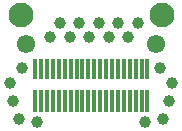
<source format=gbr>
G04 #@! TF.GenerationSoftware,KiCad,Pcbnew,8.0.4*
G04 #@! TF.CreationDate,2024-12-13T15:25:53-05:00*
G04 #@! TF.ProjectId,LoomRide-v2,4c6f6f6d-5269-4646-952d-76322e6b6963,rev?*
G04 #@! TF.SameCoordinates,Original*
G04 #@! TF.FileFunction,Soldermask,Top*
G04 #@! TF.FilePolarity,Negative*
%FSLAX46Y46*%
G04 Gerber Fmt 4.6, Leading zero omitted, Abs format (unit mm)*
G04 Created by KiCad (PCBNEW 8.0.4) date 2024-12-13 15:25:53*
%MOMM*%
%LPD*%
G01*
G04 APERTURE LIST*
G04 Aperture macros list*
%AMRoundRect*
0 Rectangle with rounded corners*
0 $1 Rounding radius*
0 $2 $3 $4 $5 $6 $7 $8 $9 X,Y pos of 4 corners*
0 Add a 4 corners polygon primitive as box body*
4,1,4,$2,$3,$4,$5,$6,$7,$8,$9,$2,$3,0*
0 Add four circle primitives for the rounded corners*
1,1,$1+$1,$2,$3*
1,1,$1+$1,$4,$5*
1,1,$1+$1,$6,$7*
1,1,$1+$1,$8,$9*
0 Add four rect primitives between the rounded corners*
20,1,$1+$1,$2,$3,$4,$5,0*
20,1,$1+$1,$4,$5,$6,$7,0*
20,1,$1+$1,$6,$7,$8,$9,0*
20,1,$1+$1,$8,$9,$2,$3,0*%
G04 Aperture macros list end*
%ADD10C,1.550000*%
%ADD11RoundRect,0.050000X0.150000X0.900000X-0.150000X0.900000X-0.150000X-0.900000X0.150000X-0.900000X0*%
%ADD12RoundRect,0.050000X0.150000X0.815000X-0.150000X0.815000X-0.150000X-0.815000X0.150000X-0.815000X0*%
%ADD13C,2.100000*%
%ADD14C,1.000000*%
G04 APERTURE END LIST*
D10*
X5504000Y-5096000D03*
X-5496000Y-5096000D03*
D11*
X-4746000Y-9896000D03*
D12*
X-4746000Y-7221000D03*
D11*
X-4246000Y-9896000D03*
D12*
X-4246000Y-7221000D03*
D11*
X-3746000Y-9896000D03*
D12*
X-3746000Y-7221000D03*
D11*
X-3246000Y-9896000D03*
D12*
X-3246000Y-7221000D03*
D11*
X-2746000Y-9896000D03*
D12*
X-2746000Y-7221000D03*
D11*
X-2246000Y-9896000D03*
D12*
X-2246000Y-7221000D03*
D11*
X-1746000Y-9896000D03*
D12*
X-1746000Y-7221000D03*
D11*
X-1246000Y-9896000D03*
D12*
X-1246000Y-7221000D03*
D11*
X-746000Y-9896000D03*
D12*
X-746000Y-7221000D03*
D11*
X-246000Y-9896000D03*
D12*
X-246000Y-7221000D03*
D11*
X254000Y-9896000D03*
D12*
X254000Y-7221000D03*
D11*
X754000Y-9896000D03*
D12*
X754000Y-7221000D03*
D11*
X1254000Y-9896000D03*
D12*
X1254000Y-7221000D03*
D11*
X1754000Y-9896000D03*
D12*
X1754000Y-7221000D03*
D11*
X2254000Y-9896000D03*
D12*
X2254000Y-7221000D03*
D11*
X2754000Y-9896000D03*
D12*
X2754000Y-7221000D03*
D11*
X3254000Y-9896000D03*
D12*
X3254000Y-7221000D03*
D11*
X3754000Y-9896000D03*
D12*
X3754000Y-7221000D03*
D11*
X4254000Y-9896000D03*
D12*
X4254000Y-7221000D03*
D11*
X4754000Y-9896000D03*
D12*
X4754000Y-7221000D03*
D13*
X5954000Y-2646000D03*
X-5946000Y-2646000D03*
D14*
X2286000Y-3302000D03*
X3111500Y-4493000D03*
X-1841500Y-4493000D03*
X-6858000Y-8382000D03*
X-1016000Y-3302000D03*
X635000Y-3302000D03*
X5842000Y-7112000D03*
X3937000Y-3302000D03*
X4572000Y-11684000D03*
X-190500Y-4493000D03*
X-5842000Y-7112000D03*
X-6604000Y-9906000D03*
X6096000Y-11430000D03*
X6604000Y-9906000D03*
X-2667000Y-3302000D03*
X1460500Y-4493000D03*
X-4572000Y-11684000D03*
X-6096000Y-11430000D03*
X-3492500Y-4493000D03*
X6858000Y-8382000D03*
M02*

</source>
